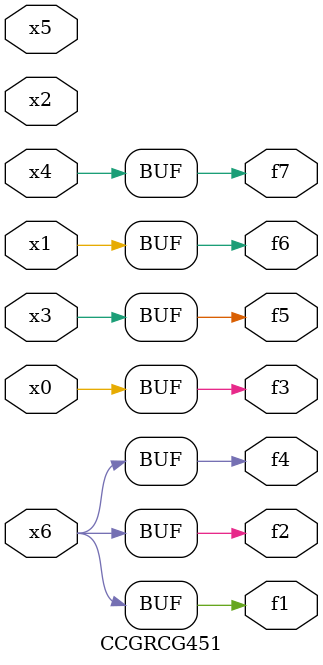
<source format=v>
module CCGRCG451(
	input x0, x1, x2, x3, x4, x5, x6,
	output f1, f2, f3, f4, f5, f6, f7
);
	assign f1 = x6;
	assign f2 = x6;
	assign f3 = x0;
	assign f4 = x6;
	assign f5 = x3;
	assign f6 = x1;
	assign f7 = x4;
endmodule

</source>
